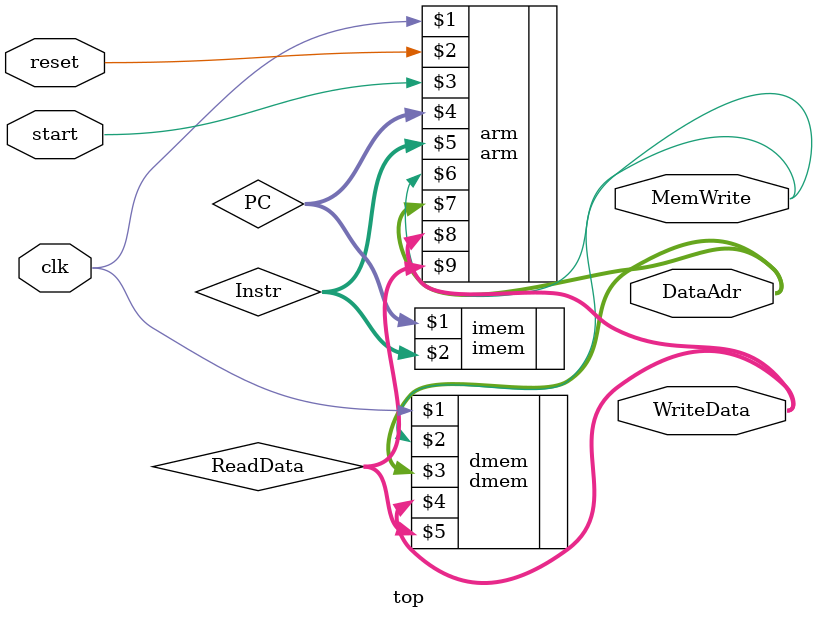
<source format=sv>
module top
(
	input logic clk, reset, start,
	output logic [31:0] WriteData, DataAdr,
	output logic MemWrite
);

	logic [31:0] PC, Instr, ReadData;
	
	// instantiate processor and memories
	arm arm(clk, reset, start, PC, Instr, MemWrite, DataAdr,
				WriteData, ReadData);
	
	imem imem(PC, Instr);
	
	dmem dmem(clk, MemWrite, DataAdr, WriteData, ReadData);
	
endmodule
</source>
